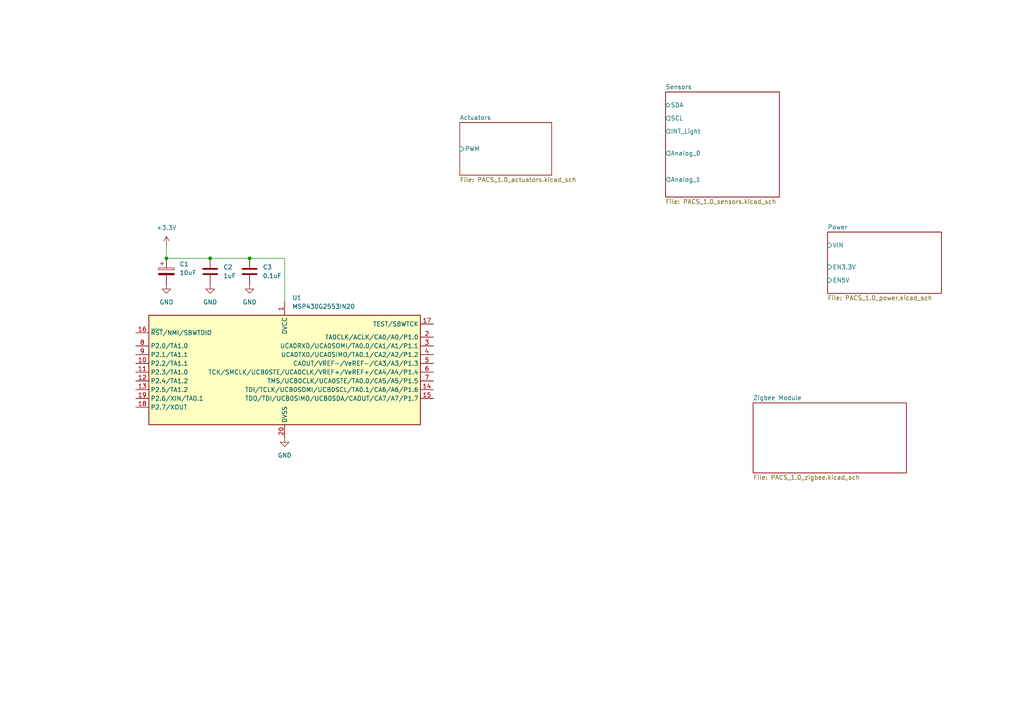
<source format=kicad_sch>
(kicad_sch (version 20231120) (generator "eeschema") (generator_version "8.0")
  (paper "A4")
  (title_block (title "Main Sheet") (rev "1.0") (company "PACS"))
  (lib_symbols
    (symbol "Device:C" (pin_numbers hide) (pin_names (offset 0.254))
      (property "Reference" "C" (at 0.635 2.54 0))
      (property "Value" "C" (at 0.635 -2.54 0))
      (symbol "C_0_1"
        (polyline (pts (xy -2.032 -0.762) (xy 2.032 -0.762)) (stroke (width 0.508)))
        (polyline (pts (xy -2.032 0.762) (xy 2.032 0.762)) (stroke (width 0.508)))
      )
      (symbol "C_1_1"
        (pin passive line (at 0 3.81 270) (length 2.794) (name "~") (number "1"))
        (pin passive line (at 0 -3.81 90) (length 2.794) (name "~") (number "2"))
      )
    )
    (symbol "Device:C_Polarized" (pin_numbers hide) (pin_names (offset 0.254))
      (property "Reference" "C" (at 0.635 2.54 0))
      (property "Value" "C_Polarized" (at 0.635 -2.54 0))
      (symbol "C_Polarized_0_1"
        (rectangle (start -2.286 0.508) (end 2.286 1.016))
        (polyline (pts (xy -1.778 2.286) (xy -0.762 2.286)))
        (polyline (pts (xy -1.27 2.794) (xy -1.27 1.778)))
        (rectangle (start 2.286 -0.508) (end -2.286 -1.016) (fill (type outline)))
      )
      (symbol "C_Polarized_1_1"
        (pin passive line (at 0 3.81 270) (length 2.794) (name "~") (number "1"))
        (pin passive line (at 0 -3.81 90) (length 2.794) (name "~") (number "2"))
      )
    )
    (symbol "MCU_Texas_MSP430:MSP430G2553IN20"
      (property "Reference" "U" (at -38.1 17.78 0))
      (property "Value" "MSP430G2553IN20" (at 31.75 -16.51 0))
      (symbol "MSP430G2553IN20_0_1"
        (rectangle (start -39.37 16.51) (end 39.37 -15.24) (stroke (width 0.254)) (fill (type background)))
      )
      (symbol "MSP430G2553IN20_1_1"
        (pin power_in line (at 0 20.32 270) (length 3.81) (name "DVCC") (number "1"))
        (pin bidirectional line (at -43.18 2.54 0) (length 3.81) (name "P2.2/TA1.1") (number "10"))
        (pin bidirectional line (at -43.18 0 0) (length 3.81) (name "P2.3/TA1.0") (number "11"))
        (pin bidirectional line (at -43.18 -2.54 0) (length 3.81) (name "P2.4/TA1.2") (number "12"))
        (pin bidirectional line (at -43.18 -5.08 0) (length 3.81) (name "P2.5/TA1.2") (number "13"))
        (pin bidirectional line (at 43.18 -5.08 180) (length 3.81) (name "TDI/TCLK/UCB0SOMI/UCB0SCL/TA0.1/CA6/A6/P1.6") (number "14"))
        (pin bidirectional line (at 43.18 -7.62 180) (length 3.81) (name "TDO/TDI/UCB0SIMO/UCB0SDA/CAOUT/CA7/A7/P1.7") (number "15"))
        (pin input line (at -43.18 11.43 0) (length 3.81) (name "~{RST}/NMI/SBWTDIO") (number "16"))
        (pin input line (at 43.18 13.97 180) (length 3.81) (name "TEST/SBWTCK") (number "17"))
        (pin bidirectional line (at -43.18 -10.16 0) (length 3.81) (name "P2.7/XOUT") (number "18"))
        (pin bidirectional line (at -43.18 -7.62 0) (length 3.81) (name "P2.6/XIN/TA0.1") (number "19"))
        (pin bidirectional line (at 43.18 10.16 180) (length 3.81) (name "TA0CLK/ACLK/CA0/A0/P1.0") (number "2"))
        (pin power_in line (at 0 -19.05 90) (length 3.81) (name "DVSS") (number "20"))
        (pin bidirectional line (at 43.18 7.62 180) (length 3.81) (name "UCA0RXD/UCA0SOMI/TA0.0/CA1/A1/P1.1") (number "3"))
        (pin bidirectional line (at 43.18 5.08 180) (length 3.81) (name "UCA0TXD/UCA0SIMO/TA0.1/CA2/A2/P1.2") (number "4"))
        (pin bidirectional line (at 43.18 2.54 180) (length 3.81) (name "CAOUT/VREF-/VeREF-/CA3/A3/P1.3") (number "5"))
        (pin bidirectional line (at 43.18 0 180) (length 3.81) (name "TCK/SMCLK/UCB0STE/UCA0CLK/VREF+/VeREF+/CA4/A4/P1.4") (number "6"))
        (pin bidirectional line (at 43.18 -2.54 180) (length 3.81) (name "TMS/UCB0CLK/UCA0STE/TA0.0/CA5/A5/P1.5") (number "7"))
        (pin bidirectional line (at -43.18 7.62 0) (length 3.81) (name "P2.0/TA1.0") (number "8"))
        (pin bidirectional line (at -43.18 5.08 0) (length 3.81) (name "P2.1/TA1.1") (number "9"))
      )
    )
    (symbol "power:+3.3V" (power) (pin_numbers hide) (pin_names (offset 0) hide)
      (property "Value" "+3.3V" (at 0 3.556 0))
      (symbol "+3.3V_0_1"
        (polyline (pts (xy -0.762 1.27) (xy 0 2.54)))
        (polyline (pts (xy 0 0) (xy 0 2.54)))
        (polyline (pts (xy 0 2.54) (xy 0.762 1.27)))
      )
      (symbol "+3.3V_1_1"
        (pin power_in line (at 0 0 90) (length 0) (name "~") (number "1"))
      )
    )
    (symbol "power:GND" (power) (pin_numbers hide) (pin_names (offset 0) hide)
      (property "Value" "GND" (at 0 -3.81 0))
      (symbol "GND_0_1"
        (polyline (pts (xy 0 0) (xy 0 -1.27) (xy 1.27 -1.27) (xy 0 -2.54) (xy -1.27 -1.27) (xy 0 -1.27)))
      )
      (symbol "GND_1_1"
        (pin power_in line (at 0 0 270) (length 0) (name "~") (number "1"))
      )
    )
  )
  (junction (at 48.26 74.93))
  (junction (at 60.96 74.93))
  (junction (at 72.39 74.93))
  (wire (pts (xy 60.96 74.93) (xy 72.39 74.93)))
  (wire (pts (xy 82.55 87.63) (xy 82.55 74.93)))
  (wire (pts (xy 48.26 74.93) (xy 60.96 74.93)))
  (wire (pts (xy 48.26 71.12) (xy 48.26 74.93)))
  (wire (pts (xy 82.55 74.93) (xy 72.39 74.93)))
  (symbol (lib_id "Device:C") (at 72.39 78.74 0) (unit 1)
    (property "Reference" "C3" (at 76.2 77.4699 0) (effects (justify left)))
    (property "Value" "0.1uF" (at 76.2 80.0099 0) (effects (justify left)))
    (property "Description" "Unpolarized capacitor" (effects (hide yes)))
  )
  (symbol (lib_id "power:GND") (at 60.96 82.55 0) (unit 1)
    (property "Reference" "#PWR03" (effects (hide yes)))
    (property "Value" "GND" (at 60.96 87.63 0))
    (property "Description" "Power symbol creates a global label with name \"GND\" , ground" (effects (hide yes)))
  )
  (symbol (lib_id "power:GND") (at 72.39 82.55 0) (unit 1)
    (property "Reference" "#PWR02" (effects (hide yes)))
    (property "Value" "GND" (at 72.39 87.63 0))
    (property "Description" "Power symbol creates a global label with name \"GND\" , ground" (effects (hide yes)))
  )
  (symbol (lib_id "power:GND") (at 48.26 82.55 0) (unit 1)
    (property "Reference" "#PWR04" (effects (hide yes)))
    (property "Value" "GND" (at 48.26 87.63 0))
    (property "Description" "Power symbol creates a global label with name \"GND\" , ground" (effects (hide yes)))
  )
  (symbol (lib_id "Device:C_Polarized") (at 48.26 78.74 0) (unit 1)
    (property "Reference" "C1" (at 52.07 76.5809 0) (effects (justify left)))
    (property "Value" "10uF" (at 52.07 79.1209 0) (effects (justify left)))
    (property "Description" "Polarized capacitor" (effects (hide yes)))
  )
  (symbol (lib_id "Device:C") (at 60.96 78.74 0) (unit 1)
    (property "Reference" "C2" (at 64.77 77.4699 0) (effects (justify left)))
    (property "Value" "1uF" (at 64.77 80.0099 0) (effects (justify left)))
    (property "Description" "Unpolarized capacitor" (effects (hide yes)))
  )
  (symbol (lib_id "power:+3.3V") (at 48.26 71.12 0) (unit 1)
    (property "Reference" "#PWR05" (effects (hide yes)))
    (property "Value" "+3.3V" (at 48.26 66.04 0))
    (property "Description" "Power symbol creates a global label with name \"+3.3V\"" (effects (hide yes)))
  )
  (symbol (lib_id "MCU_Texas_MSP430:MSP430G2553IN20") (at 82.55 107.95 0) (unit 1)
    (property "Reference" "U1" (at 84.7441 86.36 0) (effects (justify left)))
    (property "Value" "MSP430G2553IN20" (at 84.7441 88.9 0) (effects (justify left)))
    (property "Footprint" "Package_DIP:DIP-20_W7.62mm" (effects (hide yes)))
    (property "Datasheet" "http://www.ti.com/lit/ds/symlink/msp430g2553.pdf" (effects (hide yes)))
    (property "Description" "16kB Flash, 512B RAM, DIP-20" (effects (hide yes)))
  )
  (symbol (lib_id "power:GND") (at 82.55 127 0) (unit 1)
    (property "Reference" "#PWR01" (effects (hide yes)))
    (property "Value" "GND" (at 82.55 132.08 0))
    (property "Description" "Power symbol creates a global label with name \"GND\" , ground" (effects (hide yes)))
  )
  (sheet (at 133.35 35.56) (size 26.67 15.24) (stroke (width 0.1524))
    (property "Sheetname" "Actuators" (at 133.35 34.8484 0) (effects (justify left bottom)))
    (property "Sheetfile" "PACS_1.0_actuators.kicad_sch" (at 133.35 51.3846 0) (effects (justify left top)))
    (pin "PWM" input (at 133.35 43.18 180))
  )
  (sheet (at 193.04 26.67) (size 33.02 30.48) (stroke (width 0.1524))
    (property "Sheetname" "Sensors" (at 193.04 25.9584 0) (effects (justify left bottom)))
    (property "Sheetfile" "PACS_1.0_sensors.kicad_sch" (at 193.04 57.7346 0) (effects (justify left top)))
    (pin "SDA" bidirectional (at 193.04 30.48 180))
    (pin "SCL" output (at 193.04 34.29 180))
    (pin "Analog_0" output (at 193.04 44.45 180))
    (pin "INT_Light" output (at 193.04 38.1 180))
    (pin "Analog_1" output (at 193.04 52.07 180))
  )
  (sheet (at 240.03 67.31) (size 33.02 17.78) (stroke (width 0.1524))
    (property "Sheetname" "Power" (at 240.03 66.5984 0) (effects (justify left bottom)))
    (property "Sheetfile" "PACS_1.0_power.kicad_sch" (at 240.03 85.6746 0) (effects (justify left top)))
    (pin "EN5V" input (at 240.03 81.28 180))
    (pin "VIN" input (at 240.03 71.12 180))
    (pin "EN3.3V" input (at 240.03 77.47 180))
  )
  (sheet (at 218.44 116.84) (size 44.45 20.32) (stroke (width 0.1524))
    (property "Sheetname" "Zigbee Module" (at 218.44 116.1284 0) (effects (justify left bottom)))
    (property "Sheetfile" "PACS_1.0_zigbee.kicad_sch" (at 218.44 137.7446 0) (effects (justify left top)))
  )
)
</source>
